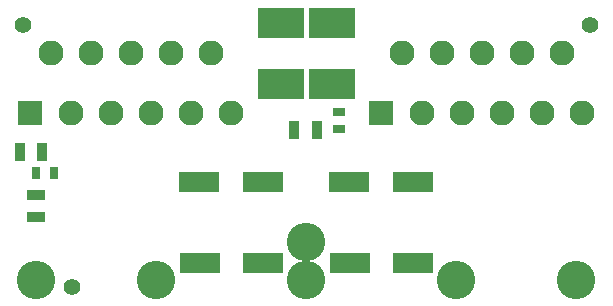
<source format=gts>
G04 DipTrace Beta 2.9.0.1*
G04 OPA541APBreakout.GTS*
%MOIN*%
G04 #@! TF.FileFunction,Soldermask,Top*
G04 #@! TF.Part,Single*
%ADD29C,0.055118*%
%ADD33C,0.083*%
%ADD34R,0.083X0.083*%
%ADD35R,0.059181X0.035559*%
%ADD36R,0.153669X0.104457*%
%ADD37R,0.035559X0.059181*%
%ADD38C,0.128*%
%ADD39R,0.133984X0.070992*%
%ADD40R,0.043433X0.031622*%
%ADD41R,0.031622X0.043433*%
%FSLAX26Y26*%
G04*
G70*
G90*
G75*
G01*
G04 TopMask*
%LPD*%
D41*
X100000Y430000D3*
X159055D3*
D40*
X1109528Y634528D3*
Y575472D3*
D39*
X1355000Y400000D3*
X1142402D3*
X1356299Y131000D3*
X1143701D3*
X856299D3*
X643701D3*
X855000Y400000D3*
X642402D3*
D38*
X100000Y75000D3*
X1900000D3*
X1000000D3*
X500000D3*
X1500000D3*
X1000000Y200000D3*
D37*
X1034803Y575000D3*
X960000D3*
D36*
X915000Y930000D3*
Y727244D3*
X1085000Y930000D3*
Y727244D3*
D35*
X100000Y357402D3*
Y282598D3*
D37*
X45000Y500000D3*
X119803D3*
D34*
X80000Y630000D3*
D33*
X415000Y830000D3*
X348000Y630000D3*
X281000Y830000D3*
X214000Y630000D3*
X147000Y830000D3*
X482000Y630000D3*
X549000Y830000D3*
X616000Y630000D3*
X683000Y830000D3*
X750000Y630000D3*
D34*
X1250000D3*
D33*
X1585000Y830000D3*
X1518000Y630000D3*
X1451000Y830000D3*
X1384000Y630000D3*
X1317000Y830000D3*
X1652000Y630000D3*
X1719000Y830000D3*
X1786000Y630000D3*
X1853000Y830000D3*
X1920000Y630000D3*
D29*
X220000Y50000D3*
X55000Y925000D3*
X1945000D3*
M02*

</source>
